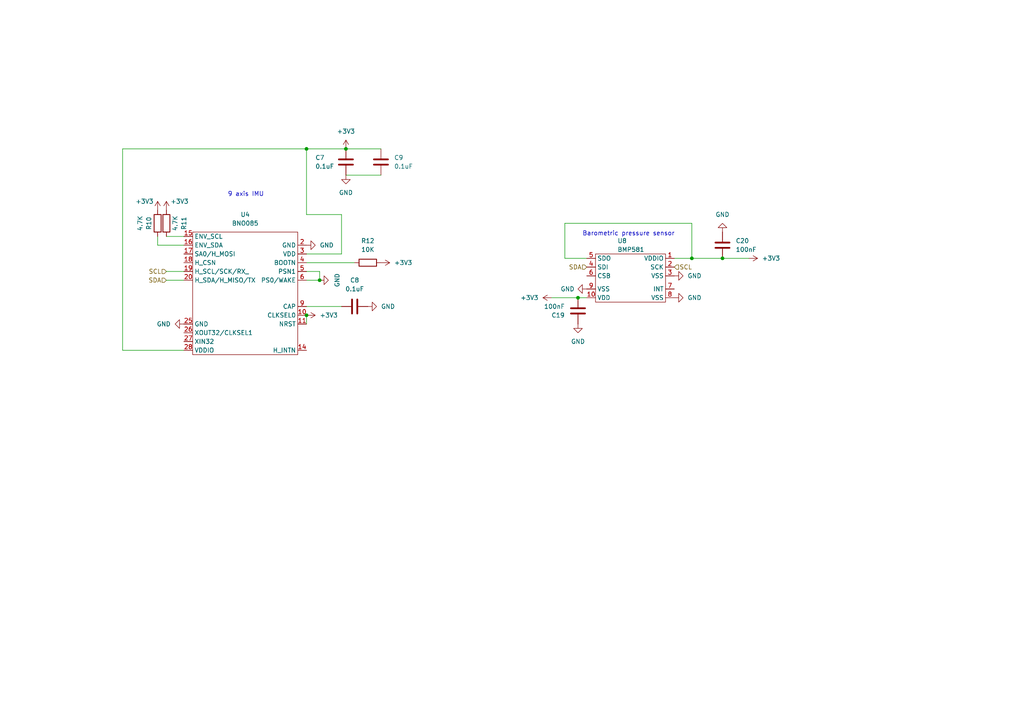
<source format=kicad_sch>
(kicad_sch (version 20211123) (generator eeschema)
  (paper "A4")
  (lib_symbols
    (symbol "BMP581:BMP581"
      (property "Reference" "U" (at 0 13.97 0))
      (property "Value" "BMP581" (at 0 11.43 0))
      (symbol "BMP581_0_0"
        (pin power_in line (at -12.7 -2.54 0) (length 2.54) (name "VDD") (number "10"))
        (pin input line (at 12.7 6.35 180) (length 2.54) (name "SCK") (number "2"))
        (pin power_in line (at 12.7 3.81 180) (length 2.54) (name "VSS") (number "3"))
        (pin bidirectional line (at -12.7 6.35 0) (length 2.54) (name "SDI") (number "4"))
        (pin bidirectional line (at -12.7 8.89 0) (length 2.54) (name "SDO") (number "5"))
        (pin input line (at -12.7 3.81 0) (length 2.54) (name "CSB") (number "6"))
        (pin output line (at 12.7 0 180) (length 2.54) (name "INT") (number "7"))
        (pin power_in line (at 12.7 -2.54 180) (length 2.54) (name "VSS") (number "8"))
        (pin power_in line (at -12.7 0 0) (length 2.54) (name "VSS") (number "9"))
      )
      (symbol "BMP581_0_1"
        (rectangle (start -10.16 10.16) (end 10.16 -3.81))
      )
      (symbol "BMP581_1_1"
        (pin power_in line (at 12.7 8.89 180) (length 2.54) (name "VDDIO") (number "1"))
      )
    )
    (symbol "BNO085:BNO085"
      (property "Reference" "U?" (at 0 5.08 0))
      (property "Value" "BNO085" (at 0 2.54 0))
      (symbol "BNO085_0_1"
        (rectangle (start -15.24 0) (end 15.24 -35.56))
      )
      (symbol "BNO085_1_1"
        (pin no_connect line (at 17.78 -1.27 180) (length 2.54) hide (name "NC") (number "1"))
        (pin input line (at 17.78 -24.13 180) (length 2.54) (name "CLKSEL0") (number "10"))
        (pin input line (at 17.78 -26.67 180) (length 2.54) (name "NRST") (number "11"))
        (pin no_connect line (at 17.78 -29.21 180) (length 2.54) hide (name "NC") (number "12"))
        (pin no_connect line (at 17.78 -31.75 180) (length 2.54) hide (name "NC") (number "13"))
        (pin output line (at 17.78 -34.29 180) (length 2.54) (name "H_INTN") (number "14"))
        (pin bidirectional line (at -17.78 -1.27 0) (length 2.54) (name "ENV_SCL") (number "15"))
        (pin bidirectional line (at -17.78 -3.81 0) (length 2.54) (name "ENV_SDA") (number "16"))
        (pin input line (at -17.78 -6.35 0) (length 2.54) (name "SA0/H_MOSI") (number "17"))
        (pin input line (at -17.78 -8.89 0) (length 2.54) (name "H_CSN") (number "18"))
        (pin bidirectional line (at -17.78 -11.43 0) (length 2.54) (name "H_SCL/SCK/RX_") (number "19"))
        (pin power_in line (at 17.78 -3.81 180) (length 2.54) (name "GND") (number "2"))
        (pin bidirectional line (at -17.78 -13.97 0) (length 2.54) (name "H_SDA/H_MISO/TX") (number "20"))
        (pin no_connect line (at -17.78 -16.51 0) (length 2.54) hide (name "NC") (number "21"))
        (pin no_connect line (at -17.78 -19.05 0) (length 2.54) hide (name "NC") (number "22"))
        (pin no_connect line (at -17.78 -21.59 0) (length 2.54) hide (name "NC") (number "23"))
        (pin no_connect line (at -17.78 -24.13 0) (length 2.54) hide (name "NC") (number "24"))
        (pin input line (at -17.78 -26.67 0) (length 2.54) (name "GND") (number "25"))
        (pin output line (at -17.78 -29.21 0) (length 2.54) (name "XOUT32/CLKSEL1") (number "26"))
        (pin input line (at -17.78 -31.75 0) (length 2.54) (name "XIN32") (number "27"))
        (pin input line (at -17.78 -34.29 0) (length 2.54) (name "VDDIO") (number "28"))
        (pin power_in line (at 17.78 -6.35 180) (length 2.54) (name "VDD") (number "3"))
        (pin input line (at 17.78 -8.89 180) (length 2.54) (name "BOOTN") (number "4"))
        (pin input line (at 17.78 -11.43 180) (length 2.54) (name "PSN1") (number "5"))
        (pin input line (at 17.78 -13.97 180) (length 2.54) (name "PS0/WAKE") (number "6"))
        (pin no_connect line (at 17.78 -16.51 180) (length 2.54) hide (name "NC") (number "7"))
        (pin no_connect line (at 17.78 -19.05 180) (length 2.54) hide (name "NC") (number "8"))
        (pin unspecified line (at 17.78 -21.59 180) (length 2.54) (name "CAP") (number "9"))
      )
    )
    (symbol "Device:C" (pin_numbers hide) (pin_names (offset 0.254))
      (property "Reference" "C" (at 0.635 2.54 0))
      (property "Value" "C" (at 0.635 -2.54 0))
      (symbol "C_0_1"
        (polyline (pts (xy -2.032 -0.762) (xy 2.032 -0.762)) (stroke (width 0.508)))
        (polyline (pts (xy -2.032 0.762) (xy 2.032 0.762)) (stroke (width 0.508)))
      )
      (symbol "C_1_1"
        (pin passive line (at 0 3.81 270) (length 2.794) (name "~") (number "1"))
        (pin passive line (at 0 -3.81 90) (length 2.794) (name "~") (number "2"))
      )
    )
    (symbol "Device:R" (pin_numbers hide) (pin_names (offset 0))
      (property "Reference" "R" (at 2.032 0 90))
      (property "Value" "R" (at 0 0 90))
      (symbol "R_0_1"
        (rectangle (start -1.016 -2.54) (end 1.016 2.54) (stroke (width 0.254)))
      )
      (symbol "R_1_1"
        (pin passive line (at 0 3.81 270) (length 1.27) (name "~") (number "1"))
        (pin passive line (at 0 -3.81 90) (length 1.27) (name "~") (number "2"))
      )
    )
    (symbol "power:+3V3" (power) (pin_names (offset 0))
      (property "Value" "+3V3" (at 0 3.556 0))
      (symbol "+3V3_0_1"
        (polyline (pts (xy -0.762 1.27) (xy 0 2.54)))
        (polyline (pts (xy 0 0) (xy 0 2.54)))
        (polyline (pts (xy 0 2.54) (xy 0.762 1.27)))
      )
      (symbol "+3V3_1_1"
        (pin power_in line (at 0 0 90) (length 0) hide (name "+3V3") (number "1"))
      )
    )
    (symbol "power:GND" (power) (pin_names (offset 0))
      (property "Value" "GND" (at 0 -3.81 0))
      (symbol "GND_0_1"
        (polyline (pts (xy 0 0) (xy 0 -1.27) (xy 1.27 -1.27) (xy 0 -2.54) (xy -1.27 -1.27) (xy 0 -1.27)))
      )
      (symbol "GND_1_1"
        (pin power_in line (at 0 0 270) (length 0) hide (name "GND") (number "1"))
      )
    )
  )
  (junction (at 92.71 81.28))
  (junction (at 200.66 74.93))
  (junction (at 100.33 43.18))
  (junction (at 88.9 43.18))
  (junction (at 167.64 86.36))
  (junction (at 88.9 91.44))
  (junction (at 209.55 74.93))
  (wire (pts (xy 88.9 81.28) (xy 92.71 81.28)))
  (wire (pts (xy 99.06 88.9) (xy 88.9 88.9)))
  (wire (pts (xy 200.66 64.77) (xy 200.66 74.93)))
  (wire (pts (xy 200.66 74.93) (xy 195.58 74.93)))
  (wire (pts (xy 163.83 74.93) (xy 163.83 64.77)))
  (wire (pts (xy 88.9 78.74) (xy 92.71 78.74)))
  (wire (pts (xy 170.18 74.93) (xy 163.83 74.93)))
  (wire (pts (xy 99.06 73.66) (xy 88.9 73.66)))
  (wire (pts (xy 100.33 50.8) (xy 110.49 50.8)))
  (wire (pts (xy 167.64 86.36) (xy 160.02 86.36)))
  (wire (pts (xy 100.33 43.18) (xy 88.9 43.18)))
  (wire (pts (xy 163.83 64.77) (xy 200.66 64.77)))
  (wire (pts (xy 92.71 78.74) (xy 92.71 81.28)))
  (wire (pts (xy 35.56 101.6) (xy 53.34 101.6)))
  (wire (pts (xy 88.9 43.18) (xy 35.56 43.18)))
  (wire (pts (xy 48.26 68.58) (xy 53.34 68.58)))
  (wire (pts (xy 88.9 91.44) (xy 88.9 93.98)))
  (wire (pts (xy 200.66 74.93) (xy 209.55 74.93)))
  (wire (pts (xy 88.9 76.2) (xy 102.87 76.2)))
  (wire (pts (xy 45.72 68.58) (xy 45.72 71.12)))
  (wire (pts (xy 209.55 74.93) (xy 217.17 74.93)))
  (wire (pts (xy 35.56 43.18) (xy 35.56 101.6)))
  (wire (pts (xy 48.26 81.28) (xy 53.34 81.28)))
  (wire (pts (xy 100.33 43.18) (xy 110.49 43.18)))
  (wire (pts (xy 99.06 62.23) (xy 99.06 73.66)))
  (wire (pts (xy 48.26 78.74) (xy 53.34 78.74)))
  (wire (pts (xy 88.9 62.23) (xy 99.06 62.23)))
  (wire (pts (xy 88.9 43.18) (xy 88.9 62.23)))
  (wire (pts (xy 45.72 71.12) (xy 53.34 71.12)))
  (wire (pts (xy 170.18 86.36) (xy 167.64 86.36)))
  (text "Barometric pressure sensor" (at 168.91 68.58 0) (effects (font (size 1.27 1.27)) (justify left bottom)))
  (text "9 axis IMU" (at 66.04 57.15 0) (effects (font (size 1.27 1.27)) (justify left bottom)))
  (hierarchical_label "SCL" (shape input) (at 195.58 77.47 0))
  (hierarchical_label "SDA" (shape input) (at 48.26 81.28 180))
  (hierarchical_label "SCL" (shape input) (at 48.26 78.74 180))
  (hierarchical_label "SDA" (shape input) (at 170.18 77.47 180))
  (symbol (lib_id "power:+3V3") (at 88.9 91.44 270) (unit 1)
    (property "Reference" "#PWR0105" (effects hide))
    (property "Value" "+3V3" (at 92.71 91.4399 90) (effects (justify left)))
  )
  (symbol (lib_id "Device:R") (at 45.72 64.77 180) (unit 1)
    (property "Reference" "R10" (at 43.18 64.77 90))
    (property "Value" "4.7K" (at 40.64 64.77 90))
    (property "Footprint" "Resistor_SMD:R_0805_2012Metric" (effects hide))
  )
  (symbol (lib_id "Device:R") (at 106.68 76.2 90) (unit 1)
    (property "Reference" "R12" (at 106.68 69.85 90))
    (property "Value" "10K" (at 106.68 72.39 90))
    (property "Footprint" "Resistor_SMD:R_0805_2012Metric" (effects hide))
  )
  (symbol (lib_id "power:+3V3") (at 110.49 76.2 270) (unit 1)
    (property "Reference" "#PWR0111" (effects hide))
    (property "Value" "+3V3" (at 114.3 76.1999 90) (effects (justify left)))
  )
  (symbol (lib_id "power:GND") (at 106.68 88.9 90) (unit 1)
    (property "Reference" "#PWR0110" (effects hide))
    (property "Value" "GND" (at 110.49 88.8999 90) (effects (justify right)))
  )
  (symbol (lib_id "power:GND") (at 170.18 83.82 270) (unit 1)
    (property "Reference" "#PWR0157" (effects hide))
    (property "Value" "GND" (at 162.56 83.82 90) (effects (justify left)))
  )
  (symbol (lib_id "power:GND") (at 167.64 93.98 0) (mirror y) (unit 1)
    (property "Reference" "#PWR0154" (effects hide))
    (property "Value" "GND" (at 167.64 99.06 0))
  )
  (symbol (lib_id "power:+3V3") (at 45.72 60.96 0) (unit 1)
    (property "Reference" "#PWR0108" (effects hide))
    (property "Value" "+3V3" (at 41.91 58.42 0))
  )
  (symbol (lib_id "power:+3V3") (at 160.02 86.36 90) (unit 1)
    (property "Reference" "#PWR0153" (effects hide))
    (property "Value" "+3V3" (at 156.21 86.3601 90) (effects (justify left)))
  )
  (symbol (lib_id "power:GND") (at 92.71 81.28 90) (unit 1)
    (property "Reference" "#PWR0122" (effects hide))
    (property "Value" "GND" (at 97.79 81.28 0))
  )
  (symbol (lib_id "Device:C") (at 110.49 46.99 0) (unit 1)
    (property "Reference" "C9" (at 114.3 45.7199 0) (effects (justify left)))
    (property "Value" "0.1uF" (at 114.3 48.2599 0) (effects (justify left)))
    (property "Footprint" "Capacitor_SMD:C_0805_2012Metric" (effects hide))
  )
  (symbol (lib_id "BNO085:BNO085") (at 71.12 67.31 0) (unit 1)
    (property "Reference" "U4" (at 71.12 62.23 0))
    (property "Value" "BNO085" (at 71.12 64.77 0))
    (property "Footprint" "BNO085:BNO085" (effects hide))
  )
  (symbol (lib_id "power:GND") (at 53.34 93.98 270) (unit 1)
    (property "Reference" "#PWR0121" (effects hide))
    (property "Value" "GND" (at 49.53 93.9799 90) (effects (justify right)))
  )
  (symbol (lib_id "Device:R") (at 48.26 64.77 180) (unit 1)
    (property "Reference" "R11" (at 53.34 64.77 90))
    (property "Value" "4.7K" (at 50.8 64.77 90))
    (property "Footprint" "Resistor_SMD:R_0805_2012Metric" (effects hide))
  )
  (symbol (lib_id "Device:C") (at 102.87 88.9 270) (unit 1)
    (property "Reference" "C8" (at 102.87 81.28 90))
    (property "Value" "0.1uF" (at 102.87 83.82 90))
    (property "Footprint" "Capacitor_SMD:C_0805_2012Metric" (effects hide))
  )
  (symbol (lib_id "power:GND") (at 88.9 71.12 90) (unit 1)
    (property "Reference" "#PWR0123" (effects hide))
    (property "Value" "GND" (at 92.71 71.1199 90) (effects (justify right)))
  )
  (symbol (lib_id "power:+3V3") (at 217.17 74.93 270) (unit 1)
    (property "Reference" "#PWR0155" (effects hide))
    (property "Value" "+3V3" (at 220.98 74.9299 90) (effects (justify left)))
  )
  (symbol (lib_id "Device:C") (at 209.55 71.12 0) (unit 1)
    (property "Reference" "C20" (at 213.36 69.8499 0) (effects (justify left)))
    (property "Value" "100nF" (at 213.36 72.3899 0) (effects (justify left)))
    (property "Footprint" "Capacitor_SMD:C_0805_2012Metric" (effects hide))
  )
  (symbol (lib_id "Device:C") (at 100.33 46.99 0) (unit 1)
    (property "Reference" "C7" (at 91.44 45.72 0) (effects (justify left)))
    (property "Value" "0.1uF" (at 91.44 48.26 0) (effects (justify left)))
    (property "Footprint" "Capacitor_SMD:C_0805_2012Metric" (effects hide))
  )
  (symbol (lib_id "Device:C") (at 167.64 90.17 180) (unit 1)
    (property "Reference" "C19" (at 163.83 91.4401 0) (effects (justify left)))
    (property "Value" "100nF" (at 163.83 88.9001 0) (effects (justify left)))
    (property "Footprint" "Capacitor_SMD:C_0805_2012Metric" (effects hide))
  )
  (symbol (lib_id "power:GND") (at 195.58 80.01 90) (unit 1)
    (property "Reference" "#PWR0158" (effects hide))
    (property "Value" "GND" (at 199.39 80.0099 90) (effects (justify right)))
  )
  (symbol (lib_id "power:+3V3") (at 100.33 43.18 0) (unit 1)
    (property "Reference" "#PWR0119" (effects hide))
    (property "Value" "+3V3" (at 100.33 38.1 0))
  )
  (symbol (lib_id "power:GND") (at 209.55 67.31 0) (mirror x) (unit 1)
    (property "Reference" "#PWR0156" (effects hide))
    (property "Value" "GND" (at 209.55 62.23 0))
  )
  (symbol (lib_id "power:GND") (at 195.58 86.36 90) (unit 1)
    (property "Reference" "#PWR0159" (effects hide))
    (property "Value" "GND" (at 199.39 86.3599 90) (effects (justify right)))
  )
  (symbol (lib_id "BMP581:BMP581") (at 182.88 83.82 0) (unit 1)
    (property "Reference" "U8" (at 179.07 69.85 0) (effects (justify left)))
    (property "Value" "BMP581" (at 179.07 72.39 0) (effects (justify left)))
    (property "Footprint" "BMP581:BMP581" (effects hide))
  )
  (symbol (lib_id "power:GND") (at 100.33 50.8 0) (unit 1)
    (property "Reference" "#PWR0118" (effects hide))
    (property "Value" "GND" (at 100.33 55.88 0))
  )
  (symbol (lib_id "power:+3V3") (at 48.26 60.96 0) (unit 1)
    (property "Reference" "#PWR0109" (effects hide))
    (property "Value" "+3V3" (at 52.07 58.42 0))
  )
)
</source>
